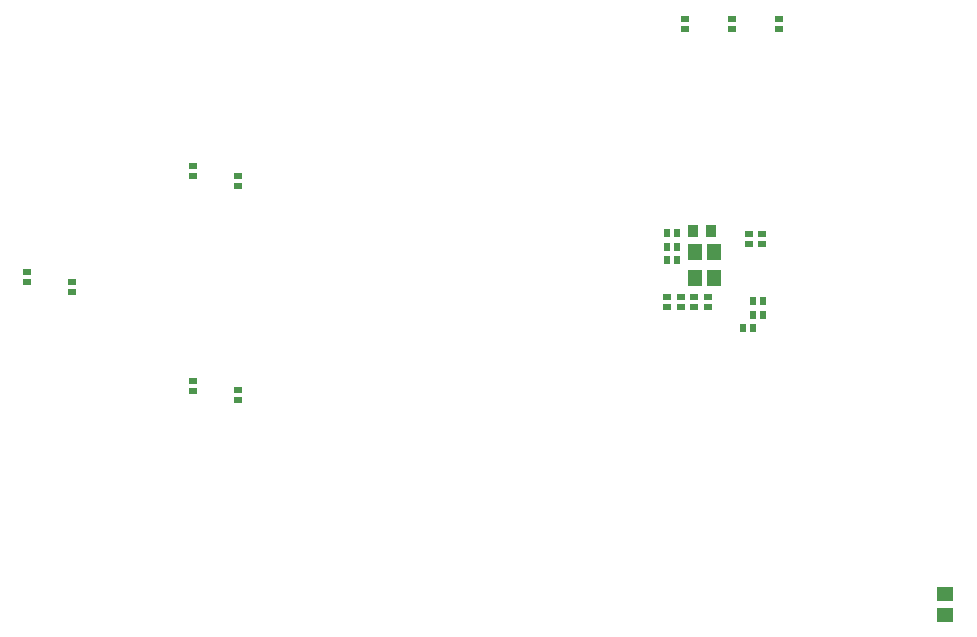
<source format=gbp>
G04*
G04 #@! TF.GenerationSoftware,Altium Limited,Altium Designer,19.0.4 (130)*
G04*
G04 Layer_Color=128*
%FSLAX25Y25*%
%MOIN*%
G70*
G01*
G75*
%ADD16R,0.05787X0.04567*%
%ADD20R,0.02362X0.02559*%
%ADD27R,0.02559X0.02362*%
%ADD29R,0.03661X0.03858*%
%ADD101R,0.04528X0.05512*%
D16*
X-8100Y-219804D02*
D03*
Y-212796D02*
D03*
D20*
X-97365Y-101506D02*
D03*
X-100711D02*
D03*
X-97338Y-97006D02*
D03*
X-100684Y-97006D02*
D03*
X-97365Y-92506D02*
D03*
X-100711D02*
D03*
X-72145Y-124300D02*
D03*
X-75491D02*
D03*
X-68872Y-119700D02*
D03*
X-72218D02*
D03*
X-68872Y-115173D02*
D03*
X-72218D02*
D03*
D27*
X-299200Y-112146D02*
D03*
Y-108800D02*
D03*
X-243896Y-73400D02*
D03*
Y-76746D02*
D03*
X-243900Y-144954D02*
D03*
Y-148300D02*
D03*
X-100738Y-117038D02*
D03*
Y-113691D02*
D03*
X-96210Y-117038D02*
D03*
Y-113691D02*
D03*
X-91659Y-117038D02*
D03*
Y-113691D02*
D03*
X-87138Y-117038D02*
D03*
Y-113691D02*
D03*
X-73587Y-96280D02*
D03*
Y-92933D02*
D03*
X-69038Y-96280D02*
D03*
Y-92933D02*
D03*
X-63516Y-24374D02*
D03*
Y-21027D02*
D03*
X-79116Y-24374D02*
D03*
Y-21027D02*
D03*
X-94700Y-24374D02*
D03*
Y-21027D02*
D03*
X-258700Y-73418D02*
D03*
Y-70072D02*
D03*
X-258896Y-145005D02*
D03*
Y-141659D02*
D03*
X-314100Y-108700D02*
D03*
Y-105353D02*
D03*
D29*
X-92069Y-91806D02*
D03*
X-86006D02*
D03*
D101*
X-91481Y-98876D02*
D03*
X-85182Y-98876D02*
D03*
X-85182Y-107537D02*
D03*
X-91481D02*
D03*
M02*

</source>
